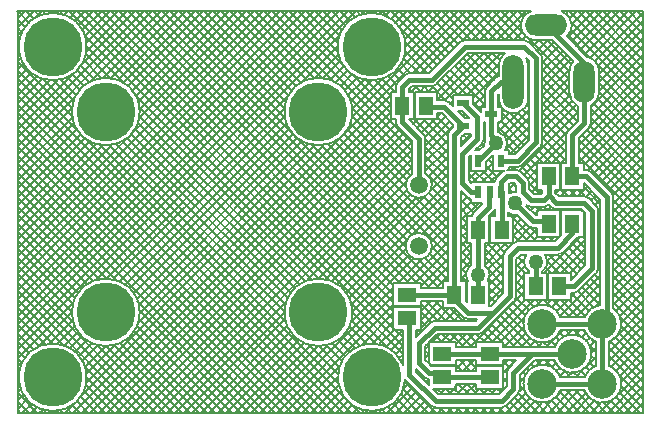
<source format=gtl>
G04*
G04 #@! TF.GenerationSoftware,Altium Limited,Altium Designer,20.1.14 (287)*
G04*
G04 Layer_Physical_Order=1*
G04 Layer_Color=255*
%FSLAX42Y42*%
%MOMM*%
G71*
G04*
G04 #@! TF.SameCoordinates,C0F7CC4A-4C12-43CF-AD3A-5075A501ED9E*
G04*
G04*
G04 #@! TF.FilePolarity,Positive*
G04*
G01*
G75*
%ADD13C,0.40*%
%ADD14R,1.00X0.60*%
%ADD15R,1.60X1.20*%
%ADD16R,1.20X1.60*%
%ADD17R,0.60X1.00*%
%ADD29C,0.20*%
%ADD30C,1.50*%
%ADD31C,5.00*%
%ADD32C,2.50*%
%ADD33O,1.80X4.60*%
%ADD34O,1.80X3.60*%
%ADD35O,3.60X1.80*%
%ADD36C,1.27*%
D13*
X3300Y800D02*
X3320Y780D01*
Y323D02*
X3543Y100D01*
X3320Y323D02*
Y780D01*
X3400Y423D02*
Y588D01*
X3533Y721D01*
X3400Y423D02*
X3484Y339D01*
X3460Y2600D02*
X3470Y2590D01*
Y2590D02*
X3615D01*
X3543Y100D02*
X4100D01*
X3484Y339D02*
X3561D01*
X3600Y300D01*
X3533Y721D02*
X3903D01*
X3600Y300D02*
X4000D01*
X4446Y246D02*
X4954D01*
Y754D01*
X4446D02*
X4954D01*
X4992Y792D02*
Y1825D01*
X4815Y2002D02*
X4992Y1825D01*
X4700Y2000D02*
Y2349D01*
X3995Y1745D02*
Y1865D01*
X3900Y1168D02*
Y1650D01*
X4700Y2002D02*
X4815D01*
X4700Y2349D02*
X4800Y2449D01*
X4050Y2280D02*
Y2312D01*
X4015Y2348D02*
X4050Y2312D01*
X4015Y2348D02*
Y2525D01*
Y2720D01*
X4095Y2800D01*
X3905Y2135D02*
X4050Y2280D01*
X3700Y2355D02*
X3775Y2430D01*
X3700Y2200D02*
Y2355D01*
X3615Y2590D02*
X3775Y2430D01*
Y2620D02*
X3895Y2500D01*
Y2317D02*
Y2500D01*
X3765Y2188D02*
X3895Y2317D01*
X3765Y1945D02*
Y2188D01*
Y1945D02*
X3845Y1865D01*
X3700Y1000D02*
Y2200D01*
X3700Y2200D01*
X4365Y1620D02*
X4500D01*
X4390Y2288D02*
Y3000D01*
X4237Y2135D02*
X4390Y2288D01*
X4095Y2135D02*
X4237D01*
X3845Y1865D02*
X3905D01*
X4095Y2800D02*
X4200D01*
X3903Y721D02*
X4030Y848D01*
X3400Y1930D02*
Y2320D01*
X3260Y2460D02*
X3400Y2320D01*
X3260Y2460D02*
Y2600D01*
X3320Y2820D02*
X3510D01*
X3260Y2660D02*
Y2760D01*
X3320Y2820D01*
X3510D02*
X3790Y3100D01*
X4290D02*
X4390Y3000D01*
X3790Y3100D02*
X4290D01*
X4100Y1550D02*
Y1865D01*
X4590Y1070D02*
X4711D01*
X4390D02*
Y1280D01*
X4030Y848D02*
X4170Y988D01*
X4280Y1867D02*
X4350Y1798D01*
X4280Y1867D02*
Y1945D01*
X4350Y1798D02*
X4458D01*
X3900Y1650D02*
X3995Y1745D01*
X4095Y1865D02*
Y1950D01*
X4145Y2000D01*
X4225D01*
X4280Y1945D01*
X4500Y1840D02*
X4563Y1777D01*
X4800D01*
X4865Y1712D01*
Y1224D02*
Y1712D01*
X4711Y1070D02*
X4865Y1224D01*
X4500Y1840D02*
Y2000D01*
X4458Y1798D02*
X4500Y1840D01*
X4170Y1327D02*
X4238Y1395D01*
X4578D01*
X4700Y1518D01*
Y1600D01*
X4170Y988D02*
Y1327D01*
X3995Y1865D02*
X4000D01*
X4350Y500D02*
X4360D01*
X3900Y1000D02*
Y1168D01*
X4213Y1773D02*
X4365Y1620D01*
X4500Y1600D02*
Y1620D01*
X3300Y1000D02*
X3499D01*
X3700Y1000D01*
X4800Y2800D02*
Y2960D01*
X4480Y3280D02*
X4800Y2960D01*
X3700Y964D02*
Y1000D01*
Y964D02*
X3816Y848D01*
X4030D01*
X4100Y100D02*
X4200Y200D01*
Y340D01*
X4360Y500D01*
X4700D01*
X4000Y500D02*
X4200D01*
X4350Y500D01*
X3799D02*
X4000Y500D01*
X3600Y500D02*
X3799D01*
X4800Y2449D02*
Y2800D01*
D14*
X3775Y2620D02*
D03*
Y2430D02*
D03*
X4015Y2525D02*
D03*
D15*
X4000Y500D02*
D03*
Y300D02*
D03*
X3600Y500D02*
D03*
Y300D02*
D03*
X3300Y1000D02*
D03*
Y800D02*
D03*
D16*
X4100Y1550D02*
D03*
X3900D02*
D03*
X4590Y1070D02*
D03*
X4390D02*
D03*
X3260Y2600D02*
D03*
X3460D02*
D03*
X4700Y1600D02*
D03*
X4500D02*
D03*
X3900Y1000D02*
D03*
X3700D02*
D03*
X4700Y2000D02*
D03*
X4500D02*
D03*
D17*
X3905Y2135D02*
D03*
X4095D02*
D03*
Y1865D02*
D03*
X4000D02*
D03*
X3905D02*
D03*
D29*
X4856Y2597D02*
G03*
X4926Y2710I-55J113D01*
G01*
Y2890D02*
G03*
X4826Y3013I-126J0D01*
G01*
X4839Y2410D02*
G03*
X4856Y2449I-39J39D01*
G01*
X4839Y2410D02*
G03*
X4856Y2449I-39J39D01*
G01*
X4696Y3280D02*
G03*
X4610Y3399I-126J0D01*
G01*
X4653Y3186D02*
G03*
X4696Y3280I-83J94D01*
G01*
X4707Y2974D02*
G03*
X4675Y2890I93J-84D01*
G01*
Y2710D02*
G03*
X4744Y2597I126J0D01*
G01*
X4661Y2388D02*
G03*
X4644Y2349I39J-39D01*
G01*
X4661Y2388D02*
G03*
X4644Y2349I39J-39D01*
G01*
X5048Y1825D02*
G03*
X5032Y1864I-56J0D01*
G01*
X5048Y1825D02*
G03*
X5032Y1864I-56J0D01*
G01*
X4854Y2042D02*
G03*
X4815Y2058I-39J-39D01*
G01*
X4854Y2042D02*
G03*
X4815Y2058I-39J-39D01*
G01*
X4839Y1817D02*
G03*
X4800Y1833I-39J-39D01*
G01*
X4839Y1817D02*
G03*
X4800Y1833I-39J-39D01*
G01*
X4921Y1712D02*
G03*
X4904Y1752I-56J0D01*
G01*
X4921Y1712D02*
G03*
X4904Y1752I-56J0D01*
G01*
X4429Y2248D02*
G03*
X4446Y2288I-39J39D01*
G01*
X4458Y1742D02*
G03*
X4497Y1758I0J56D01*
G01*
X4458Y1742D02*
G03*
X4497Y1758I0J56D01*
G01*
X4523Y1738D02*
G03*
X4563Y1722I39J39D01*
G01*
X4523Y1738D02*
G03*
X4563Y1722I39J39D01*
G01*
X4446Y3000D02*
G03*
X4429Y3039I-56J0D01*
G01*
X4446Y3000D02*
G03*
X4429Y3039I-56J0D01*
G01*
X4351Y3399D02*
G03*
X4390Y3154I39J-119D01*
G01*
X4326Y2940D02*
G03*
X4309Y3002I-126J0D01*
G01*
X4329Y3139D02*
G03*
X4290Y3156I-39J-39D01*
G01*
X4329Y3139D02*
G03*
X4290Y3156I-39J-39D01*
G01*
X4429Y2248D02*
G03*
X4446Y2288I-39J39D01*
G01*
X4101Y2584D02*
G03*
X4326Y2660I100J76D01*
G01*
X4129Y2221D02*
G03*
X4149Y2280I-79J59D01*
G01*
X4131Y3044D02*
G03*
X4075Y2940I70J-104D01*
G01*
Y2660D02*
G03*
X4096Y2591I126J0D01*
G01*
X4075Y2852D02*
G03*
X4056Y2839I20J-52D01*
G01*
X4075Y2852D02*
G03*
X4056Y2839I20J-52D01*
G01*
X3976Y2759D02*
G03*
X3959Y2720I39J-39D01*
G01*
X3976Y2759D02*
G03*
X3959Y2720I39J-39D01*
G01*
X4096Y2591D02*
G03*
X4101Y2584I105J69D01*
G01*
X4149Y2280D02*
G03*
X4071Y2377I-99J0D01*
G01*
X3959Y2348D02*
G03*
X3963Y2328I56J0D01*
G01*
X3959Y2348D02*
G03*
X3963Y2328I56J0D01*
G01*
Y2328D02*
G03*
X3953Y2261I87J-48D01*
G01*
X3934Y2278D02*
G03*
X3951Y2317I-39J39D01*
G01*
X3934Y2278D02*
G03*
X3951Y2317I-39J39D01*
G01*
X4237Y2079D02*
G03*
X4277Y2096I0J56D01*
G01*
X4336Y1945D02*
G03*
X4319Y1984I-56J0D01*
G01*
X4336Y1945D02*
G03*
X4319Y1984I-56J0D01*
G01*
X4237Y2079D02*
G03*
X4277Y2096I0J56D01*
G01*
X4264Y2039D02*
G03*
X4225Y2056I-39J-39D01*
G01*
X4264Y2039D02*
G03*
X4225Y2056I-39J-39D01*
G01*
X4311Y1758D02*
G03*
X4350Y1742I39J39D01*
G01*
X4311Y1758D02*
G03*
X4350Y1742I39J39D01*
G01*
X4120Y2049D02*
G03*
X4106Y2039I25J-49D01*
G01*
X4120Y2049D02*
G03*
X4106Y2039I25J-49D01*
G01*
X4056Y1989D02*
G03*
X4039Y1951I39J-39D01*
G01*
X4056Y1989D02*
G03*
X4039Y1951I39J-39D01*
G01*
X4224Y1871D02*
G03*
X4161Y1857I-12J-98D01*
G01*
X4156Y1692D02*
G03*
X4231Y1675I57J81D01*
G01*
X4034Y1706D02*
G03*
X4044Y1720I-39J39D01*
G01*
X4034Y1706D02*
G03*
X4044Y1720I-39J39D01*
G01*
X4904Y1184D02*
G03*
X4921Y1224I-39J39D01*
G01*
X4904Y1184D02*
G03*
X4921Y1224I-39J39D01*
G01*
X4739Y1478D02*
G03*
X4745Y1484I-39J39D01*
G01*
X4739Y1478D02*
G03*
X4745Y1484I-39J39D01*
G01*
X4578Y1339D02*
G03*
X4617Y1356I0J56D01*
G01*
X4578Y1339D02*
G03*
X4617Y1356I0J56D01*
G01*
X4711Y1014D02*
G03*
X4751Y1031I0J56D01*
G01*
X4711Y1014D02*
G03*
X4751Y1031I0J56D01*
G01*
X5115Y754D02*
G03*
X5048Y884I-161J0D01*
G01*
X5010Y603D02*
G03*
X5115Y754I-56J151D01*
G01*
Y246D02*
G03*
X5010Y397I-161J0D01*
G01*
X4937Y914D02*
G03*
X4803Y810I17J-160D01*
G01*
Y698D02*
G03*
X4898Y603I151J56D01*
G01*
X4861Y500D02*
G03*
X4549Y556I-161J0D01*
G01*
Y444D02*
G03*
X4861Y500I151J56D01*
G01*
X4597Y810D02*
G03*
X4597Y698I-151J-56D01*
G01*
X4898Y397D02*
G03*
X4803Y302I56J-151D01*
G01*
Y190D02*
G03*
X5115Y246I151J56D01*
G01*
X4597Y302D02*
G03*
X4597Y190I-151J-56D01*
G01*
X4489Y1280D02*
G03*
X4469Y1339I-99J0D01*
G01*
X4446Y1198D02*
G03*
X4489Y1280I-56J82D01*
G01*
X4326Y1581D02*
G03*
X4365Y1565I39J39D01*
G01*
X4326Y1581D02*
G03*
X4365Y1565I39J39D01*
G01*
X4311Y1339D02*
G03*
X4334Y1198I79J-59D01*
G01*
X4238Y1451D02*
G03*
X4198Y1434I0J-56D01*
G01*
X4238Y1451D02*
G03*
X4198Y1434I0J-56D01*
G01*
X4131Y1367D02*
G03*
X4114Y1327I39J-39D01*
G01*
X4131Y1367D02*
G03*
X4114Y1327I39J-39D01*
G01*
X4209Y949D02*
G03*
X4226Y988I-39J39D01*
G01*
X4209Y949D02*
G03*
X4226Y988I-39J39D01*
G01*
X3999Y1168D02*
G03*
X3956Y1250I-99J0D01*
G01*
X3984Y1116D02*
G03*
X3999Y1168I-84J52D01*
G01*
X4161Y379D02*
G03*
X4144Y340I39J-39D01*
G01*
X4161Y379D02*
G03*
X4144Y340I39J-39D01*
G01*
X4239Y161D02*
G03*
X4256Y200I-39J39D01*
G01*
X4239Y161D02*
G03*
X4256Y200I-39J39D01*
G01*
X3903Y665D02*
G03*
X3942Y682I0J56D01*
G01*
X3903Y665D02*
G03*
X3942Y682I0J56D01*
G01*
X4100Y44D02*
G03*
X4139Y61I0J56D01*
G01*
X4100Y44D02*
G03*
X4139Y61I0J56D01*
G01*
X3790Y3156D02*
G03*
X3751Y3139I0J-56D01*
G01*
X3790Y3156D02*
G03*
X3751Y3139I0J-56D01*
G01*
X3654Y2630D02*
G03*
X3615Y2646I-39J-39D01*
G01*
X3654Y2630D02*
G03*
X3615Y2646I-39J-39D01*
G01*
X3661Y2394D02*
G03*
X3644Y2355I39J-39D01*
G01*
X3661Y2394D02*
G03*
X3644Y2355I39J-39D01*
G01*
X3510Y2764D02*
G03*
X3549Y2781I0J56D01*
G01*
X3510Y2764D02*
G03*
X3549Y2781I0J56D01*
G01*
X3806Y1826D02*
G03*
X3839Y1810I39J39D01*
G01*
X3806Y1826D02*
G03*
X3839Y1810I39J39D01*
G01*
X3861Y1689D02*
G03*
X3847Y1666I39J-39D01*
G01*
X3861Y1689D02*
G03*
X3847Y1666I39J-39D01*
G01*
X3844Y1250D02*
G03*
X3816Y1116I56J-82D01*
G01*
X3456Y2320D02*
G03*
X3439Y2359I-56J0D01*
G01*
X3456Y2320D02*
G03*
X3439Y2359I-56J0D01*
G01*
X3511Y1930D02*
G03*
X3456Y2026I-111J0D01*
G01*
X3344D02*
G03*
X3511Y1930I56J-96D01*
G01*
Y1410D02*
G03*
X3511Y1410I-111J0D01*
G01*
X3286Y3100D02*
G03*
X3286Y3100I-286J0D01*
G01*
X586D02*
G03*
X586Y3100I-286J0D01*
G01*
X3320Y2876D02*
G03*
X3281Y2859I0J-56D01*
G01*
X3320Y2876D02*
G03*
X3281Y2859I0J-56D01*
G01*
X3221Y2799D02*
G03*
X3204Y2760I39J-39D01*
G01*
X3221Y2799D02*
G03*
X3204Y2760I39J-39D01*
G01*
Y2460D02*
G03*
X3221Y2421I56J0D01*
G01*
X3204Y2460D02*
G03*
X3221Y2421I56J0D01*
G01*
X2836Y2550D02*
G03*
X2836Y2550I-286J0D01*
G01*
X1036D02*
G03*
X1036Y2550I-286J0D01*
G01*
X3777Y809D02*
G03*
X3816Y792I39J39D01*
G01*
X3777Y809D02*
G03*
X3816Y792I39J39D01*
G01*
X3533Y777D02*
G03*
X3494Y760I0J-56D01*
G01*
X3533Y777D02*
G03*
X3494Y760I0J-56D01*
G01*
X3445Y299D02*
G03*
X3484Y283I39J39D01*
G01*
X3445Y299D02*
G03*
X3484Y283I39J39D01*
G01*
X3504Y61D02*
G03*
X3543Y44I39J39D01*
G01*
X3504Y61D02*
G03*
X3543Y44I39J39D01*
G01*
X2836Y850D02*
G03*
X2836Y850I-286J0D01*
G01*
X1036D02*
G03*
X1036Y850I-286J0D01*
G01*
X3264Y408D02*
G03*
X3285Y280I-264J-108D01*
G01*
X586Y300D02*
G03*
X586Y300I-286J0D01*
G01*
X5104Y3399D02*
X5300Y3203D01*
X5176Y3399D02*
X5300Y3275D01*
X5033Y3399D02*
X5300Y3132D01*
X4889Y3399D02*
X5300Y2988D01*
X4961Y3399D02*
X5300Y3060D01*
X4817Y3399D02*
X5300Y2916D01*
X4918Y2934D02*
X5300Y3317D01*
X5248Y3399D02*
X5300Y3347D01*
X4926Y2727D02*
X5300Y3101D01*
X4856Y2585D02*
X5300Y3029D01*
X4890Y2978D02*
X5300Y3388D01*
X4914Y2943D02*
X5300Y2557D01*
X4803Y3035D02*
X5167Y3399D01*
X4767Y3071D02*
X5095Y3399D01*
X4846Y3007D02*
X5239Y3399D01*
X4731Y3107D02*
X5023Y3399D01*
X4695Y3143D02*
X4951Y3399D01*
X4745Y3399D02*
X5300Y2844D01*
X4926Y2799D02*
X5300Y3173D01*
X4926Y2870D02*
X5300Y3245D01*
X4926Y2710D02*
Y2890D01*
X4856Y2513D02*
X5300Y2957D01*
X4926Y2788D02*
X5300Y2413D01*
X4926Y2859D02*
X5300Y2485D01*
X4926Y2716D02*
X5300Y2341D01*
X4756Y2269D02*
X5300Y2814D01*
X4855Y2440D02*
X5300Y2886D01*
X4756Y2197D02*
X5300Y2742D01*
X4882Y2615D02*
X5300Y2198D01*
X4913Y2656D02*
X5300Y2269D01*
X4907Y1989D02*
X5300Y2383D01*
X4756Y2126D02*
X5300Y2670D01*
X4856Y2570D02*
X5300Y2126D01*
X4871Y2025D02*
X5300Y2454D01*
X4856Y2449D02*
Y2597D01*
Y2498D02*
X5300Y2054D01*
X4796Y2094D02*
X5300Y2598D01*
X4744Y2472D02*
Y2597D01*
X4830Y2056D02*
X5300Y2526D01*
X4852Y2430D02*
X5300Y1982D01*
X4820Y2390D02*
X5300Y1910D01*
X4756Y2326D02*
X4839Y2410D01*
X4756Y2116D02*
Y2326D01*
X4784Y2354D02*
X5300Y1838D01*
X4695Y3287D02*
X4808Y3399D01*
X4679Y3342D02*
X4736Y3399D01*
X4673Y3399D02*
X5300Y2772D01*
X4610Y3399D02*
X5300Y3399D01*
X4660Y3179D02*
X4880Y3399D01*
X4662Y3195D02*
X4853Y3004D01*
X4653Y3186D02*
X4826Y3013D01*
X4527Y3154D02*
X4707Y2974D01*
X4487Y3154D02*
X4690Y2951D01*
X4645Y3380D02*
X4664Y3399D01*
X4438Y3029D02*
X4545Y3136D01*
X4415Y3154D02*
X4675Y2895D01*
X4390Y3154D02*
X4527D01*
X4403Y3066D02*
X4491Y3154D01*
X4325Y3172D02*
X4675Y2823D01*
X4446Y2750D02*
X4689Y2993D01*
X4446Y2980D02*
X4675Y2751D01*
Y2710D02*
Y2890D01*
X4446Y2893D02*
X4617Y3065D01*
X4446Y2965D02*
X4581Y3100D01*
X4446Y2821D02*
X4653Y3029D01*
X4689Y3240D02*
X5300Y2629D01*
X4692Y3308D02*
X5300Y2701D01*
X4446Y2837D02*
X4744Y2538D01*
X4446Y2908D02*
X4680Y2674D01*
X4446Y2765D02*
X4741Y2469D01*
X4446Y2693D02*
X4705Y2433D01*
X4446Y2390D02*
X4696Y2640D01*
X4661Y2388D02*
X4744Y2472D01*
X4249Y2050D02*
X4744Y2545D01*
X4446Y2318D02*
X4732Y2605D01*
X4287Y2016D02*
X4744Y2474D01*
X4446Y2462D02*
X4676Y2692D01*
X4446Y2621D02*
X4669Y2397D01*
X4446Y2549D02*
X4644Y2350D01*
X4446Y2678D02*
X4676Y2908D01*
X4446Y2606D02*
X4675Y2835D01*
X4446Y2534D02*
X4675Y2763D01*
X4644Y2116D02*
Y2349D01*
X4446Y2405D02*
X4644Y2207D01*
X4446Y2477D02*
X4644Y2278D01*
X4446Y2334D02*
X4644Y2135D01*
X5014Y1882D02*
X5300Y2167D01*
X4979Y1918D02*
X5300Y2239D01*
X5046Y1841D02*
X5300Y2095D01*
X4943Y1953D02*
X5300Y2311D01*
X4854Y2042D02*
X5032Y1864D01*
X4756Y2311D02*
X5300Y1767D01*
X5048Y1771D02*
X5300Y2023D01*
X4796Y1943D02*
X4937Y1802D01*
X4859Y1798D02*
X4900Y1839D01*
X4796Y1912D02*
X4937Y1770D01*
X4796Y2058D02*
Y2116D01*
Y2058D02*
X4815D01*
X4756Y2116D02*
X4796D01*
Y1884D02*
Y1943D01*
X4819Y1830D02*
X4864Y1875D01*
X4750Y1833D02*
X4828Y1911D01*
X4679Y1884D02*
X4731Y1833D01*
X4751Y1884D02*
X4803Y1833D01*
X5048Y1700D02*
X5300Y1952D01*
X5048Y1628D02*
X5300Y1880D01*
X4756Y2239D02*
X5300Y1695D01*
X4894Y1762D02*
X4936Y1803D01*
X4756Y2167D02*
X5300Y1623D01*
X4921Y1643D02*
X4937Y1627D01*
X4921Y1644D02*
X4937Y1660D01*
X4921Y1572D02*
X4937Y1589D01*
X4920Y1716D02*
X4937Y1732D01*
X4921Y1715D02*
X4937Y1699D01*
X4839Y1817D02*
X4904Y1752D01*
X4777Y1722D02*
X4783Y1716D01*
X4776D02*
X4796Y1696D01*
X4705Y1716D02*
X4711Y1722D01*
X4698D02*
X4704Y1716D01*
X4770Y1722D02*
X4776Y1716D01*
X4796Y1624D02*
X4809Y1611D01*
X4796Y1663D02*
X4809Y1677D01*
X4796Y1591D02*
X4809Y1605D01*
X4796Y1703D02*
X4809Y1689D01*
X4783Y1716D02*
X4796Y1703D01*
Y1696D02*
X4809Y1682D01*
X4596Y2109D02*
X4644Y2158D01*
X4604Y2116D02*
X4644D01*
X4604Y1884D02*
Y2116D01*
X4530D02*
X4644Y2230D01*
X4458Y2116D02*
X4644Y2302D01*
X4596Y2112D02*
X4604Y2103D01*
Y1884D02*
X4796D01*
X4596Y1968D02*
X4604Y1959D01*
X4607Y1833D02*
X4658Y1884D01*
X4596Y2040D02*
X4604Y2031D01*
X4596Y2037D02*
X4604Y2046D01*
X4596Y1966D02*
X4604Y1974D01*
X4441Y2266D02*
X4592Y2116D01*
X4596Y1884D02*
Y2116D01*
X4404D02*
X4596D01*
X4372Y2191D02*
X4448Y2116D01*
X4408Y2227D02*
X4520Y2116D01*
X4596Y1896D02*
X4604Y1887D01*
X4596Y1894D02*
X4604Y1903D01*
X4586Y1884D02*
X4596Y1894D01*
X4556Y1884D02*
X4596D01*
X4556Y1863D02*
Y1884D01*
X4560Y1858D02*
X4586Y1884D01*
X4679Y1833D02*
X4730Y1884D01*
X4633Y1716D02*
X4639Y1722D01*
X4626D02*
X4633Y1716D01*
X4586Y1833D02*
X4800D01*
X4607Y1884D02*
X4659Y1833D01*
X4563Y1722D02*
X4777D01*
X4604Y1716D02*
X4783D01*
X4596Y1678D02*
X4604Y1687D01*
X4596Y1681D02*
X4604Y1672D01*
X4596Y1606D02*
X4604Y1615D01*
X4404Y1716D02*
X4596D01*
Y1609D02*
X4604Y1600D01*
X4556Y1864D02*
X4587Y1833D01*
X4556Y1863D02*
X4586Y1833D01*
X4500Y1761D02*
X4523Y1738D01*
X4489Y1716D02*
X4518Y1744D01*
X4554Y1723D02*
X4561Y1716D01*
X4561D02*
X4567Y1722D01*
X4350Y1742D02*
X4458D01*
X4462Y1742D02*
X4489Y1716D01*
X4367Y3102D02*
X4419Y3154D01*
X4331Y3138D02*
X4353Y3160D01*
X4329Y3139D02*
X4429Y3039D01*
X4326Y2773D02*
X4334Y2782D01*
X4326Y2813D02*
X4334Y2804D01*
X4326Y2741D02*
X4334Y2732D01*
X4326Y2917D02*
X4334Y2926D01*
X4325Y2958D02*
X4334Y2948D01*
X4326Y2845D02*
X4334Y2854D01*
X4314Y3399D02*
X4326Y3388D01*
X4242Y3399D02*
X4288Y3353D01*
X4277Y3156D02*
X4307Y3186D01*
X4205Y3156D02*
X4276Y3227D01*
X4170Y3399D02*
X4267Y3303D01*
X4133Y3156D02*
X4265Y3287D01*
X4319Y2982D02*
X4324Y2987D01*
X4326Y2884D02*
X4334Y2876D01*
X4309Y3002D02*
X4334Y2977D01*
Y2311D02*
Y2977D01*
X4326Y2702D02*
X4334Y2710D01*
X4446Y2288D02*
Y3000D01*
X4321Y2625D02*
X4334Y2638D01*
X4326Y2669D02*
X4334Y2660D01*
X4315Y2608D02*
X4334Y2588D01*
X4239Y2540D02*
X4334Y2445D01*
X4284Y2567D02*
X4334Y2517D01*
X4119Y2351D02*
X4334Y2567D01*
X4169Y2538D02*
X4334Y2373D01*
X4174Y2191D02*
X4334Y2351D01*
X4326Y2660D02*
Y2940D01*
X4101Y2459D02*
Y2584D01*
Y2476D02*
X4164Y2540D01*
X4101Y2548D02*
X4118Y2565D01*
X4101Y2535D02*
X4330Y2306D01*
X4146Y2306D02*
X4334Y2495D01*
X4149Y2271D02*
X4222Y2198D01*
X4214Y2191D02*
X4334Y2311D01*
X4101Y2463D02*
X4294Y2270D01*
X4132Y2221D02*
X4334Y2423D01*
X4061Y3156D02*
X4305Y3399D01*
X4098Y3399D02*
X4283Y3215D01*
X4027Y3399D02*
X4270Y3156D01*
X3955Y3399D02*
X4198Y3156D01*
X3918D02*
X4161Y3399D01*
X3990Y3156D02*
X4233Y3399D01*
X4094Y3044D02*
X4111Y3028D01*
X4071Y2591D02*
X4096D01*
X4022Y3044D02*
X4083Y2984D01*
X4071Y2591D02*
X4087Y2606D01*
X4075Y2852D02*
Y2940D01*
X3950Y3044D02*
X4075Y2920D01*
X3976Y2759D02*
X4056Y2839D01*
X4071Y2637D02*
X4079Y2629D01*
X4075Y2660D02*
Y2701D01*
X4071Y2591D02*
Y2697D01*
X3959Y2591D02*
Y2720D01*
X3929Y2591D02*
X3959D01*
X4084Y2459D02*
X4101Y2476D01*
X4073Y2376D02*
X4236Y2540D01*
X4071Y2459D02*
X4101D01*
X4071Y2446D02*
X4084Y2459D01*
X4071Y2377D02*
Y2459D01*
Y2421D02*
X4258Y2234D01*
X3951Y2326D02*
X3961Y2336D01*
X3951Y2398D02*
X3959Y2407D01*
X3951Y2459D02*
X3959D01*
Y2348D02*
Y2459D01*
X3905Y2568D02*
X3959Y2623D01*
X3929Y2544D02*
Y2591D01*
X3951Y2317D02*
Y2459D01*
Y2398D02*
X3959Y2389D01*
X3951Y2326D02*
X3958Y2318D01*
X3930Y2274D02*
X3948Y2257D01*
X3912Y2221D02*
X3953Y2261D01*
X4301Y2119D02*
X4404Y2016D01*
X4336Y2155D02*
X4404Y2087D01*
Y1884D02*
Y2116D01*
X4277Y2096D02*
X4429Y2248D01*
X4263Y2085D02*
X4404Y1944D01*
X4336Y1921D02*
X4404Y1990D01*
X4323Y1980D02*
X4404Y2062D01*
X4336Y1891D02*
Y1945D01*
X4264Y2039D02*
X4319Y1984D01*
X4197Y2079D02*
X4221Y2056D01*
X4183D02*
X4207Y2079D01*
X4161D02*
X4237D01*
X4161Y2191D02*
Y2221D01*
Y2056D02*
Y2079D01*
X4202Y1944D02*
X4224Y1922D01*
X4161Y2056D02*
X4225D01*
X4168Y1944D02*
X4202D01*
X4188D02*
X4224Y1908D01*
X4434Y1853D02*
X4444Y1863D01*
Y1884D01*
X4411Y1853D02*
X4443Y1884D01*
X4404D02*
X4444D01*
X4356Y1870D02*
X4404Y1918D01*
X4336Y1941D02*
X4423Y1853D01*
X4417Y1716D02*
X4444Y1742D01*
X4404Y1703D02*
X4417Y1716D01*
X4404Y1676D02*
Y1716D01*
X4373Y1853D02*
X4434D01*
X4391Y1742D02*
X4417Y1716D01*
X4388Y1676D02*
X4404D01*
X4336Y1891D02*
X4373Y1853D01*
X4224Y1871D02*
Y1922D01*
X4214Y1872D02*
X4224Y1882D01*
X4310Y1754D02*
X4388Y1676D01*
X4383Y1681D02*
X4404Y1703D01*
X4347Y1717D02*
X4372Y1742D01*
X4231Y1675D02*
X4326Y1581D01*
X4196Y1637D02*
X4232Y1674D01*
X4180Y1666D02*
X4196Y1650D01*
Y1566D02*
X4268Y1638D01*
X4161Y2191D02*
X4214D01*
X4129Y2221D02*
X4161D01*
X4145Y2056D02*
X4161D01*
X3971Y2090D02*
X4064Y1997D01*
X4056Y1989D02*
X4106Y2039D01*
X4083Y2049D02*
X4100Y2033D01*
X4029Y2049D02*
X4120D01*
X4029Y1951D02*
X4039D01*
X3991Y2142D02*
X4029Y2103D01*
X3971Y2122D02*
X4029Y2181D01*
Y2049D02*
Y2181D01*
X3971Y2059D02*
X4029Y2118D01*
X3894Y2238D02*
X3912Y2221D01*
X3971Y2049D02*
Y2122D01*
Y1951D02*
X4029D01*
X3961Y2049D02*
X3971Y2059D01*
X4029Y1951D02*
X4039D01*
X3934D02*
X4033Y2049D01*
X3934Y1951D02*
X3971D01*
X3940Y2049D02*
X4038Y1951D01*
X4161Y1900D02*
X4191Y1869D01*
X4161Y1857D02*
Y1937D01*
X4168Y1944D01*
X4006Y1951D02*
X4105Y2049D01*
X4161Y1890D02*
X4209Y1938D01*
X4156Y1666D02*
X4196D01*
X4156Y1669D02*
X4170Y1683D01*
X4156Y1690D02*
X4180Y1666D01*
X4156D02*
Y1692D01*
X4044Y1666D02*
Y1720D01*
X3994Y1666D02*
X4034Y1706D01*
X3934Y1951D02*
X3971D01*
X3939Y1768D02*
Y1779D01*
X3922D02*
X3936Y1765D01*
X4008Y1666D02*
X4044Y1702D01*
X4004Y1666D02*
X4044D01*
X4015Y1686D02*
X4036Y1666D01*
X3996Y1634D02*
X4004Y1625D01*
X3996Y1653D02*
X4004Y1662D01*
X3996Y1581D02*
X4004Y1590D01*
X5048Y1412D02*
X5300Y1664D01*
X5048Y1731D02*
X5300Y1479D01*
X5048Y1659D02*
X5300Y1407D01*
X5048Y1803D02*
X5300Y1551D01*
X5048Y1556D02*
X5300Y1808D01*
X5048Y1484D02*
X5300Y1736D01*
X5048Y1587D02*
X5300Y1336D01*
X5048Y1340D02*
X5300Y1592D01*
X5048Y1269D02*
X5300Y1521D01*
X4921Y1284D02*
X4937Y1268D01*
X4921Y1571D02*
X4937Y1555D01*
X5048Y1516D02*
X5300Y1264D01*
X4921Y1500D02*
X4937Y1517D01*
X4809Y1247D02*
Y1689D01*
X4921Y1224D02*
Y1712D01*
X4796Y1519D02*
X4809Y1533D01*
X4796Y1553D02*
X4809Y1539D01*
X4796Y1484D02*
Y1703D01*
X4921Y1356D02*
X4937Y1339D01*
X4921Y1357D02*
X4937Y1373D01*
X4921Y1285D02*
X4937Y1301D01*
X4921Y1428D02*
X4937Y1445D01*
X4921Y1499D02*
X4937Y1483D01*
X4921Y1428D02*
X4937Y1411D01*
X5048Y1053D02*
X5300Y1305D01*
X5048Y1372D02*
X5300Y1120D01*
X5048Y1300D02*
X5300Y1048D01*
X5048Y1444D02*
X5300Y1192D01*
X5048Y1197D02*
X5300Y1449D01*
X5048Y1125D02*
X5300Y1377D01*
X5048Y1228D02*
X5300Y976D01*
X5048Y981D02*
X5300Y1233D01*
X5073Y862D02*
X5300Y1089D01*
X5048Y1085D02*
X5300Y833D01*
X5048Y1156D02*
X5300Y904D01*
X5048Y1013D02*
X5300Y761D01*
X5048Y884D02*
Y1825D01*
X4937Y914D02*
Y1802D01*
X5300Y0D02*
Y3399D01*
X4919Y1212D02*
X4937Y1229D01*
X5048Y909D02*
X5300Y1161D01*
X4920Y1213D02*
X4937Y1196D01*
X5101Y819D02*
X5300Y1018D01*
X4854Y1134D02*
X4937Y1052D01*
X4890Y1170D02*
X4937Y1124D01*
X4819Y1099D02*
X4937Y980D01*
X4745Y1484D02*
X4796D01*
X4792D02*
X4809Y1467D01*
X4733Y1472D02*
X4809Y1395D01*
X4617Y1356D02*
X4739Y1478D01*
X4661Y1400D02*
X4809Y1251D01*
X4697Y1436D02*
X4809Y1323D01*
X4678Y1186D02*
X4809Y1317D01*
X4606Y1186D02*
X4809Y1389D01*
X4625Y1364D02*
X4776Y1213D01*
X4506Y1339D02*
X4660Y1186D01*
X4604Y1501D02*
Y1716D01*
X4596Y1535D02*
X4604Y1543D01*
X4596Y1492D02*
Y1716D01*
Y1492D02*
X4604Y1501D01*
X4596Y1537D02*
X4604Y1528D01*
X4588Y1484D02*
X4596Y1492D01*
X4576Y1484D02*
X4582Y1478D01*
X4554Y1451D02*
X4588Y1484D01*
X4404D02*
X4588D01*
X4469Y1339D02*
X4578D01*
X4751Y1031D02*
X4904Y1184D01*
X4688Y1126D02*
X4809Y1247D01*
X4661Y810D02*
X4937Y1086D01*
X4534Y1186D02*
X4809Y1461D01*
X4462Y1186D02*
X4761Y1484D01*
X4595Y815D02*
X4937Y1157D01*
X4783Y1063D02*
X4932Y913D01*
X4746Y1027D02*
X4878Y895D01*
X4733Y810D02*
X4937Y1014D01*
X4687Y1014D02*
X4837Y864D01*
X4686Y1160D02*
X4704Y1141D01*
X4686Y1126D02*
Y1186D01*
Y978D02*
X4723Y1016D01*
X4494Y1186D02*
X4686D01*
X4489Y1284D02*
X4588Y1186D01*
X4578Y1339D02*
X4740Y1177D01*
X4686Y1014D02*
X4711D01*
X4686Y954D02*
Y1014D01*
X4567Y859D02*
X4662Y954D01*
X4494D02*
X4686D01*
X4528Y892D02*
X4590Y954D01*
X4532D02*
X4676Y810D01*
X5078Y652D02*
X5300Y874D01*
X5114Y760D02*
X5300Y946D01*
X5103Y814D02*
X5300Y617D01*
X5048Y941D02*
X5300Y689D01*
X5010Y512D02*
X5300Y802D01*
X5095Y678D02*
X5300Y473D01*
X5113Y732D02*
X5300Y545D01*
X5064Y637D02*
X5300Y402D01*
X5010Y584D02*
X5056Y630D01*
X5010Y440D02*
X5300Y730D01*
X5010Y397D02*
Y603D01*
X4900Y905D02*
X4937Y942D01*
X4898Y397D02*
Y603D01*
X4867Y619D02*
X4898Y588D01*
X4819Y608D02*
X4846Y635D01*
X4847Y565D02*
X4889Y607D01*
X4892Y394D02*
X4898Y401D01*
X4860Y506D02*
X4898Y544D01*
X5010Y405D02*
X5023Y391D01*
X4860Y483D02*
X4898Y444D01*
X4845Y569D02*
X4898Y516D01*
X4824Y398D02*
X4898Y472D01*
X5070Y357D02*
X5300Y587D01*
X5029Y388D02*
X5300Y658D01*
X5099Y314D02*
X5300Y515D01*
X5010Y548D02*
X5300Y258D01*
X5021Y608D02*
X5300Y330D01*
X5010Y476D02*
X5300Y186D01*
X5114Y229D02*
X5300Y42D01*
X5114Y257D02*
X5300Y443D01*
X5216Y0D02*
X5300Y84D01*
X5099Y315D02*
X5300Y114D01*
X5091Y162D02*
X5300Y371D01*
X5001Y0D02*
X5300Y299D01*
X5073Y0D02*
X5300Y227D01*
X5097Y173D02*
X5271Y0D01*
X5144D02*
X5300Y156D01*
X4843Y427D02*
X4881Y389D01*
X5067Y132D02*
X5199Y0D01*
X5025Y102D02*
X5127Y0D01*
X4969Y86D02*
X5055Y0D01*
X5288D02*
X5300Y12D01*
X4879Y104D02*
X4983Y0D01*
X4857D02*
X4943Y86D01*
X4929Y0D02*
X5038Y109D01*
X4788Y698D02*
X4819Y667D01*
X4675Y954D02*
X4808Y821D01*
X4597Y810D02*
X4803D01*
X4597Y698D02*
X4803D01*
X4813Y386D02*
X4840Y359D01*
X4779Y640D02*
X4814Y675D01*
X4771Y356D02*
X4810Y317D01*
X4716Y698D02*
X4769Y645D01*
X4725Y659D02*
X4765Y698D01*
X4644D02*
X4683Y660D01*
X4646Y651D02*
X4693Y698D01*
X4603Y954D02*
X4748Y810D01*
X4591Y823D02*
X4605Y810D01*
X4589Y681D02*
X4627Y643D01*
X4559Y640D02*
X4586Y613D01*
X4565Y354D02*
X4592Y381D01*
X4479Y556D02*
X4622Y698D01*
X4539Y444D02*
X4558Y425D01*
X4525Y386D02*
X4560Y421D01*
X4799Y302D02*
X4806Y308D01*
X4597Y302D02*
X4803D01*
X4728D02*
X4802Y376D01*
X4721Y190D02*
X4911Y0D01*
X4785D02*
X4886Y101D01*
X4793Y190D02*
X4812Y171D01*
X4713Y0D02*
X4843Y130D01*
X4642Y0D02*
X4812Y171D01*
X4597Y190D02*
X4803D01*
X4649D02*
X4839Y0D01*
X4656Y302D02*
X4694Y340D01*
X4625Y358D02*
X4682Y302D01*
X4715Y340D02*
X4753Y302D01*
X4593Y311D02*
X4635Y353D01*
X4585Y326D02*
X4610Y302D01*
X4591Y177D02*
X4768Y0D01*
X4570Y144D02*
X4616Y190D01*
X4570Y0D02*
X4760Y190D01*
X4498Y0D02*
X4688Y190D01*
X4520Y104D02*
X4624Y0D01*
X4561Y134D02*
X4696Y0D01*
X4505Y1484D02*
X4538Y1451D01*
X4440D02*
X4474Y1484D01*
X4512Y1451D02*
X4545Y1484D01*
X4368Y1451D02*
X4404Y1487D01*
X4296Y1451D02*
X4404Y1559D01*
X4433Y1484D02*
X4467Y1451D01*
X4489Y1284D02*
X4544Y1339D01*
X4474Y1228D02*
X4516Y1186D01*
X4238Y1451D02*
X4554D01*
X4446Y1186D02*
Y1198D01*
X4351Y1566D02*
X4404Y1513D01*
X4365Y1565D02*
X4404D01*
Y1484D02*
Y1565D01*
X4261Y1339D02*
X4311D01*
X4290D02*
X4303Y1327D01*
X4294Y1186D02*
X4334D01*
X4239Y1318D02*
X4292Y1266D01*
X4226Y1304D02*
X4261Y1339D01*
X4226Y1236D02*
X4294Y1305D01*
X4494Y954D02*
Y1186D01*
X4486Y1065D02*
X4494Y1074D01*
X4486Y954D02*
Y1186D01*
Y1137D02*
X4494Y1146D01*
X4446Y1186D02*
X4486D01*
Y1144D02*
X4494Y1135D01*
X4486Y993D02*
X4494Y1002D01*
X4486Y1072D02*
X4494Y1063D01*
X4486Y1000D02*
X4494Y992D01*
X4294Y954D02*
X4486D01*
X4388D02*
X4429Y914D01*
X4476Y912D02*
X4518Y954D01*
X4318Y1186D02*
X4332Y1199D01*
X4226Y1260D02*
X4300Y1186D01*
X4334D02*
Y1198D01*
X4226Y1165D02*
X4300Y1239D01*
X4226Y1189D02*
X4294Y1120D01*
X4226Y988D02*
Y1304D01*
X4294Y954D02*
Y1186D01*
X4226Y1093D02*
X4294Y1162D01*
X4316Y954D02*
X4373Y897D01*
X4226Y1021D02*
X4294Y1090D01*
X4226Y1117D02*
X4294Y1048D01*
X4226Y1045D02*
X4294Y976D01*
X4196Y1650D02*
X4395Y1451D01*
X4222Y1448D02*
X4343Y1569D01*
X4196Y1434D02*
Y1666D01*
Y1494D02*
X4304Y1602D01*
X4196Y1506D02*
X4251Y1451D01*
X4196Y1578D02*
X4323Y1451D01*
X4131Y1367D02*
X4198Y1434D01*
X4004Y1434D02*
X4196D01*
X4123D02*
X4161Y1397D01*
X4004Y1434D02*
Y1666D01*
X3996Y1562D02*
X4004Y1553D01*
X3996Y1434D02*
Y1666D01*
Y1490D02*
X4004Y1482D01*
X3996Y1509D02*
X4004Y1518D01*
X3996Y1437D02*
X4004Y1446D01*
X4052Y1434D02*
X4125Y1361D01*
X3980Y1434D02*
X4114Y1300D01*
X3956Y1434D02*
X3996D01*
X3956Y1397D02*
X3993Y1434D01*
X3956Y1326D02*
X4064Y1434D01*
X3988Y1214D02*
X4117Y1343D01*
X3998Y1152D02*
X4114Y1269D01*
X3991Y1208D02*
X4114Y1084D01*
X3956Y1254D02*
X4136Y1434D01*
X3956Y1387D02*
X4114Y1228D01*
X3956Y1315D02*
X4114Y1156D01*
X4224Y975D02*
X4332Y867D01*
X4016Y596D02*
X4375Y954D01*
X3996Y1078D02*
X4114Y1197D01*
X3944Y596D02*
X4303Y954D01*
X4114Y1011D02*
Y1327D01*
X3993Y1134D02*
X4114Y1012D01*
X3996Y1006D02*
X4114Y1125D01*
X3956Y1250D02*
Y1434D01*
X4007Y904D02*
X4114Y1011D01*
X3996Y1059D02*
X4079Y976D01*
X3996Y904D02*
Y1116D01*
Y988D02*
X4043Y940D01*
X3984Y1116D02*
X3996D01*
Y935D02*
X4114Y1053D01*
X4517Y610D02*
X4556Y571D01*
X4460Y954D02*
X4515Y899D01*
X4461Y594D02*
X4499Y556D01*
X4400Y908D02*
X4447Y954D01*
X4407Y556D02*
X4445Y593D01*
X4371Y612D02*
X4428Y556D01*
X4471Y405D02*
X4511Y444D01*
X4395D02*
X4433Y406D01*
X4467Y444D02*
X4526Y385D01*
X4383Y444D02*
X4549D01*
X4360Y556D02*
X4549D01*
X4392Y397D02*
X4439Y444D01*
X4335Y556D02*
X4385Y605D01*
X4263Y556D02*
X4341Y633D01*
X4200Y556D02*
X4350Y556D01*
X4194Y933D02*
X4302Y825D01*
X4158Y897D02*
X4286Y769D01*
X4191Y556D02*
X4308Y672D01*
X4353Y415D02*
X4377Y391D01*
X4350Y556D02*
X4360D01*
X4317Y379D02*
X4334Y361D01*
X4200Y444D02*
X4226Y444D01*
X4179Y444D02*
X4203Y421D01*
X4161Y379D02*
X4226Y444D01*
X4256Y317D02*
X4383Y444D01*
X4281Y343D02*
X4304Y320D01*
X4256Y225D02*
X4299Y181D01*
X4208Y129D02*
X4337Y0D01*
X4139D02*
X4306Y167D01*
X4243Y165D02*
X4408Y0D01*
X4426D02*
X4548Y122D01*
X4381Y99D02*
X4480Y0D01*
X4465Y87D02*
X4552Y0D01*
X4282D02*
X4381Y99D01*
X4211Y0D02*
X4338Y127D01*
X4354Y0D02*
X4440Y86D01*
X4256Y261D02*
X4295Y300D01*
X4256Y297D02*
X4287Y265D01*
X4256Y200D02*
Y317D01*
X4144Y223D02*
Y340D01*
X4254Y187D02*
X4287Y221D01*
X4172Y93D02*
X4265Y0D01*
X4139Y61D02*
X4239Y161D01*
X4136Y57D02*
X4193Y0D01*
X4122Y861D02*
X4304Y679D01*
X4088Y596D02*
X4292Y800D01*
X4086Y826D02*
X4356Y556D01*
X4014Y754D02*
X4212Y556D01*
X4069Y809D02*
X4209Y949D01*
X4050Y790D02*
X4284Y556D01*
X4116Y556D02*
X4200D01*
X4116Y580D02*
X4140Y556D01*
X4120D02*
X4288Y724D01*
X4116Y444D02*
X4200D01*
X4100Y596D02*
X4116Y580D01*
Y408D02*
X4152Y444D01*
X3996Y916D02*
X4007Y904D01*
X3996Y904D02*
X4007D01*
X3978Y718D02*
X4100Y596D01*
X3942Y682D02*
X4069Y809D01*
X3942Y682D02*
X4028Y596D01*
X4116Y404D02*
Y444D01*
Y556D02*
Y596D01*
X4103Y396D02*
X4112Y404D01*
X4031Y396D02*
X4040Y404D01*
X4076D02*
X4085Y396D01*
X4116Y264D02*
X4144Y293D01*
X4116Y365D02*
X4144Y336D01*
X4116Y293D02*
X4144Y264D01*
X4116Y336D02*
X4224Y444D01*
X4116Y437D02*
X4167Y385D01*
X4116Y204D02*
Y396D01*
Y221D02*
X4129Y208D01*
X4077Y156D02*
X4144Y223D01*
X4077Y44D02*
X4121Y0D01*
X4067D02*
X4113Y46D01*
X4060Y204D02*
X4093Y172D01*
X4004Y404D02*
X4013Y396D01*
X4007Y156D02*
X4056Y204D01*
X3960Y396D02*
X3968Y404D01*
X3932D02*
X3941Y396D01*
X3988Y204D02*
X4037Y156D01*
X3995Y0D02*
X4039Y44D01*
X3935Y156D02*
X3984Y204D01*
X4005Y44D02*
X4049Y0D01*
X3923D02*
X3968Y44D01*
X3917Y204D02*
X3965Y156D01*
X3933Y44D02*
X3977Y0D01*
X3846Y3156D02*
X4089Y3399D01*
X3811Y3399D02*
X4055Y3156D01*
X3883Y3399D02*
X4127Y3156D01*
X3790D02*
X4290D01*
X3770Y3152D02*
X4018Y3399D01*
X3623Y2645D02*
X4022Y3044D01*
X3813D02*
X4131D01*
X3878D02*
X4072Y2851D01*
X3861Y2667D02*
X4075Y2882D01*
X3807Y2686D02*
X4075Y2954D01*
X3810Y3041D02*
X4034Y2817D01*
X3735Y2686D02*
X4094Y3044D01*
X3774Y3005D02*
X3998Y2781D01*
X3667Y3399D02*
X3911Y3156D01*
X3595Y3399D02*
X3839Y3156D01*
X3739Y3399D02*
X3983Y3156D01*
X3738Y2969D02*
X3964Y2743D01*
X3689Y2686D02*
X3861D01*
X3702Y2933D02*
X3959Y2676D01*
X3630Y2862D02*
X3806Y2686D01*
X3594Y2826D02*
X3734Y2686D01*
X3558Y2790D02*
X3689Y2659D01*
X3869Y2604D02*
X3959Y2694D01*
X3861Y2613D02*
Y2686D01*
Y2631D02*
X3929Y2562D01*
X3666Y2898D02*
X3959Y2604D01*
X3861Y2613D02*
X3929Y2544D01*
X3729Y2554D02*
X3788Y2496D01*
Y2364D02*
X3839D01*
X3788Y2496D02*
X3821D01*
X3839Y2341D02*
Y2364D01*
X3762Y2554D02*
X3821Y2496D01*
X3774Y2509D02*
X3791Y2526D01*
X3756Y2332D02*
X3788Y2364D01*
X3689Y2594D02*
Y2686D01*
X3667Y2617D02*
X3689Y2640D01*
X3729Y2554D02*
X3762D01*
X3654Y2630D02*
X3689Y2594D01*
X3738Y2545D02*
X3748Y2554D01*
X3689Y2423D02*
Y2437D01*
X3661Y2394D02*
X3689Y2423D01*
X3592Y2535D02*
X3689Y2437D01*
X3524Y3399D02*
X3771Y3152D01*
X3452Y3399D02*
X3731Y3120D01*
X3380Y3399D02*
X3695Y3084D01*
X-3Y3400D02*
X4351Y3399D01*
X3308Y3399D02*
X3659Y3048D01*
X3236Y3399D02*
X3623Y3012D01*
X3549Y2781D02*
X3813Y3044D01*
X3487Y2876D02*
X3751Y3139D01*
X3550Y2716D02*
X3878Y3044D01*
X3350Y2876D02*
X3874Y3399D01*
X3272Y3013D02*
X3659Y3399D01*
X3422Y2876D02*
X3946Y3399D01*
X3286Y3098D02*
X3587Y3399D01*
X3279Y3163D02*
X3515Y3399D01*
X3283Y3137D02*
X3516Y2904D01*
X3164Y3399D02*
X3588Y2976D01*
X3261Y3217D02*
X3443Y3399D01*
X3245Y3247D02*
X3552Y2940D01*
X3440Y2764D02*
X3489Y2716D01*
X3320Y2876D02*
X3487D01*
X3283Y3065D02*
X3473Y2876D01*
X3343Y2764D02*
X3510D01*
X3556Y2650D02*
X3950Y3044D01*
X3556Y2646D02*
X3615D01*
X3556Y2505D02*
X3664Y2397D01*
X2831Y2500D02*
X3730Y3399D01*
X3512Y2764D02*
X3634Y2643D01*
X2765Y2362D02*
X3802Y3399D01*
X3456Y2262D02*
X3660Y2467D01*
X3504Y2484D02*
X3644Y2344D01*
X3456Y2191D02*
X3689Y2424D01*
X3433Y2484D02*
X3644Y2273D01*
X3454Y2333D02*
X3624Y2503D01*
X3356Y2490D02*
X3644Y2201D01*
X3556Y2646D02*
Y2716D01*
X3478D02*
X3530Y2768D01*
X3556Y2484D02*
Y2535D01*
X3364Y2716D02*
X3556D01*
X3368Y2764D02*
X3417Y2716D01*
X3406D02*
X3455Y2764D01*
X3556Y2535D02*
X3592D01*
X3556Y2506D02*
X3584Y2535D01*
X3424Y2375D02*
X3534Y2484D01*
X3364D02*
X3556D01*
X3388Y2410D02*
X3462Y2484D01*
X3316Y2483D02*
X3439Y2359D01*
X3877Y2221D02*
X3934Y2278D01*
X3877Y2221D02*
X3912D01*
X3823Y2166D02*
X3839Y2149D01*
X3821Y2125D02*
X3839Y2143D01*
X3821Y2165D02*
X3839Y2183D01*
X3821Y2096D02*
X3839Y2078D01*
Y2049D02*
X3971D01*
X3862Y1951D02*
X3961Y2049D01*
X3868D02*
X3967Y1951D01*
X3821Y2024D02*
X3895Y1951D01*
X3821Y1981D02*
X3889Y2049D01*
X3839Y1951D02*
X3934D01*
X3756Y2275D02*
X3839Y2359D01*
X3778Y2355D02*
X3816Y2317D01*
X3839Y2049D02*
Y2183D01*
X3756Y2257D02*
X3839Y2341D01*
X3756Y2305D02*
X3780Y2281D01*
X3756Y2257D02*
Y2332D01*
X3821Y2053D02*
X3839Y2072D01*
X3821Y1968D02*
Y2165D01*
Y1968D02*
X3839Y1949D01*
X3756Y1876D02*
X3806Y1826D01*
X3861Y1689D02*
X3939Y1768D01*
X3850Y1779D02*
X3901Y1729D01*
X3839Y1779D02*
X3934D01*
X3756Y1874D02*
X3839Y1790D01*
X3850Y1779D01*
X3836Y1434D02*
X3844Y1426D01*
Y1250D02*
Y1434D01*
X3804Y1666D02*
X3847D01*
X3804Y1434D02*
X3844D01*
X3839Y1779D02*
Y1810D01*
X3756Y1587D02*
X3804Y1538D01*
Y1434D02*
Y1666D01*
X3756Y1557D02*
X3804Y1605D01*
X3756Y1659D02*
X3804Y1610D01*
X3756Y1116D02*
Y1876D01*
Y1228D02*
X3802Y1181D01*
X3756Y1116D02*
X3796D01*
X3804D02*
X3816D01*
X3756Y1515D02*
X3804Y1466D01*
X3756Y1485D02*
X3804Y1534D01*
X3756Y1413D02*
X3804Y1462D01*
X3644Y2200D02*
Y2355D01*
X3456Y2318D02*
X3644Y2129D01*
X3456Y2119D02*
X3644Y2308D01*
X3456Y2047D02*
X3644Y2236D01*
X3456Y2246D02*
X3644Y2057D01*
X3456Y2174D02*
X3644Y1985D01*
X3756Y1802D02*
X3865Y1693D01*
X3756Y1700D02*
X3839Y1784D01*
X3756Y1730D02*
X3820Y1666D01*
X3756Y1844D02*
X3772Y1860D01*
X3483Y2003D02*
X3644Y2164D01*
X3756Y1772D02*
X3807Y1824D01*
X3508Y1955D02*
X3644Y2092D01*
X3456Y2026D02*
Y2320D01*
Y2102D02*
X3644Y1913D01*
X3456Y2030D02*
X3473Y2013D01*
X3508Y1906D02*
X3644Y1770D01*
X3490Y1866D02*
X3644Y2020D01*
X3484Y1858D02*
X3644Y1698D01*
X3483Y2003D02*
X3644Y1842D01*
X3756Y1628D02*
X3907Y1779D01*
X3504Y1448D02*
X3644Y1589D01*
X3756Y1443D02*
X3844Y1354D01*
X3475Y1491D02*
X3644Y1661D01*
X3346Y1507D02*
X3644Y1805D01*
X2765Y2362D02*
X3644Y1482D01*
X3756Y1197D02*
X3844Y1286D01*
X3756Y1299D02*
X3824Y1231D01*
X3756Y1126D02*
X3801Y1171D01*
X3756Y1371D02*
X3844Y1282D01*
X3756Y1341D02*
X3844Y1430D01*
X3756Y1269D02*
X3844Y1358D01*
X3428Y1517D02*
X3644Y1733D01*
X3443Y1828D02*
X3644Y1626D01*
Y1116D02*
Y2200D01*
X2728Y2327D02*
X3644Y1411D01*
X3377Y1822D02*
X3644Y1554D01*
X2685Y2298D02*
X3644Y1339D01*
X3510Y1401D02*
X3644Y1267D01*
X3506Y1379D02*
X3644Y1517D01*
X3604Y1116D02*
X3644D01*
X3492Y1348D02*
X3644Y1195D01*
X3454Y1314D02*
X3644Y1123D01*
X3117Y3361D02*
X3156Y3399D01*
X3063Y3379D02*
X3084Y3399D01*
X3092Y3399D02*
X3147Y3345D01*
X2998Y3386D02*
X3012Y3399D01*
X2949Y3399D02*
X2965Y3383D01*
X3021Y3399D02*
X3037Y3383D01*
X3235Y3263D02*
X3371Y3399D01*
X3247Y2957D02*
X3329Y2876D01*
X3270Y3006D02*
X3401Y2876D01*
X3202Y3302D02*
X3299Y3399D01*
X3163Y3335D02*
X3228Y3399D01*
X3235Y3263D02*
X3371Y3399D01*
X2589Y3400D02*
X2750Y3239D01*
X2518Y3400D02*
X2729Y3189D01*
X2446Y3400D02*
X2716Y3129D01*
X2302Y3400D02*
X2768Y2934D01*
X2374Y3400D02*
X2718Y3055D01*
X2015Y3400D02*
X2580Y2834D01*
X2913Y3372D02*
X2940Y3399D01*
X2877Y3399D02*
X2906Y3370D01*
X2805Y3399D02*
X2857Y3347D01*
X2733Y3399D02*
X2815Y3318D01*
X2661Y3399D02*
X2779Y3281D01*
X2518Y2834D02*
X2721Y3037D01*
X1943Y3400D02*
X2510Y2833D01*
X1871Y3400D02*
X2452Y2818D01*
X1799Y3400D02*
X2404Y2795D01*
X1727Y3400D02*
X2362Y2765D01*
X1655Y3400D02*
X2327Y2728D01*
X1296Y3400D02*
X3290Y1406D01*
X2589Y2833D02*
X2739Y2983D01*
X2413Y2801D02*
X2714Y3102D01*
X2230Y3400D02*
X3344Y2285D01*
X2086Y3400D02*
X2684Y2802D01*
X2158Y3400D02*
X3344Y2213D01*
X1512Y3400D02*
X2277Y2634D01*
X1440Y3400D02*
X2265Y2574D01*
X1368Y3400D02*
X2269Y2499D01*
X898Y2794D02*
X1504Y3400D01*
X850Y2818D02*
X1432Y3400D01*
X939Y2764D02*
X1575Y3400D01*
X1583Y3400D02*
X2298Y2685D01*
X1035Y2572D02*
X1863Y3400D01*
X1030Y2495D02*
X1935Y3400D01*
X1003Y2683D02*
X1719Y3400D01*
X974Y2727D02*
X1647Y3400D01*
X1023Y2632D02*
X1791Y3400D01*
X362Y3400D02*
X391Y3371D01*
X338Y3383D02*
X354Y3400D01*
X395Y3369D02*
X426Y3400D01*
X290Y3400D02*
X304Y3386D01*
X266Y3384D02*
X283Y3400D01*
X218Y3400D02*
X239Y3379D01*
X572Y3187D02*
X785Y3400D01*
X551Y3237D02*
X714Y3400D01*
X584Y3127D02*
X857Y3400D01*
X486Y3316D02*
X570Y3400D01*
X444Y3346D02*
X498Y3400D01*
X522Y3280D02*
X642Y3400D01*
X146Y3400D02*
X185Y3361D01*
X5Y3338D02*
X67Y3400D01*
X74Y3400D02*
X139Y3336D01*
X3Y3400D02*
X99Y3303D01*
X-3Y3400D02*
X5Y3392D01*
Y3266D02*
X139Y3400D01*
X159Y3348D02*
X211Y3400D01*
X5Y3326D02*
X66Y3264D01*
X5Y3254D02*
X40Y3219D01*
X5Y3194D02*
X52Y3241D01*
X5Y3182D02*
X22Y3165D01*
X5Y3122D02*
X16Y3134D01*
X793Y2832D02*
X1360Y3400D01*
X723Y2834D02*
X1288Y3400D01*
X622Y2805D02*
X1216Y3400D01*
X5Y2260D02*
X1145Y3400D01*
X5Y2332D02*
X1073Y3400D01*
X5Y1398D02*
X2006Y3400D01*
X663Y1122D02*
X2728Y3187D01*
X571Y3191D02*
X2641Y1121D01*
X5Y1111D02*
X2294Y3400D01*
X5Y1254D02*
X2150Y3400D01*
X5Y1326D02*
X2078Y3400D01*
X5Y1183D02*
X2222Y3400D01*
X524Y2923D02*
X1001Y3400D01*
X582Y3052D02*
X929Y3400D01*
X586Y3104D02*
X893Y2797D01*
X5Y3051D02*
X17Y3062D01*
X5Y3110D02*
X14Y3101D01*
X579Y3039D02*
X785Y2833D01*
X5Y3038D02*
X27Y3016D01*
X561Y2985D02*
X713Y2833D01*
X5Y2907D02*
X54Y2956D01*
X5Y2979D02*
X31Y3005D01*
X5Y2967D02*
X468Y2503D01*
X3316Y2737D02*
X3343Y2764D01*
X3334Y2716D02*
X3383Y2764D01*
X3218Y2915D02*
X3277Y2856D01*
X3221Y2799D02*
X3281Y2859D01*
X3356Y2705D02*
X3364Y2696D01*
X3345Y2716D02*
X3356Y2705D01*
Y2665D02*
X3364Y2674D01*
X3316Y2716D02*
X3356D01*
X3316D02*
Y2737D01*
X3320Y2741D02*
X3345Y2716D01*
X3181Y2879D02*
X3241Y2820D01*
X3139Y2850D02*
X3208Y2781D01*
X3089Y2829D02*
X3202Y2716D01*
X2773Y2729D02*
X2883Y2839D01*
X2737Y2766D02*
X2837Y2865D01*
X2801Y2686D02*
X2937Y2821D01*
X3204Y2716D02*
Y2760D01*
X3164Y2716D02*
X3204D01*
X3190D02*
X3204Y2730D01*
X3029Y2816D02*
X3164Y2681D01*
X3356Y2633D02*
X3364Y2625D01*
X3356Y2484D02*
Y2716D01*
X3364Y2484D02*
Y2716D01*
X3356Y2593D02*
X3364Y2602D01*
X2802Y2684D02*
X3344Y2142D01*
X2834Y2580D02*
X3344Y2070D01*
X3356Y2522D02*
X3364Y2530D01*
X3356Y2562D02*
X3364Y2553D01*
X3352Y2446D02*
X3390Y2484D01*
X3316D02*
X3356D01*
X3221Y2421D02*
X3344Y2297D01*
Y2026D02*
Y2297D01*
X2955Y2818D02*
X3164Y2609D01*
X2834Y2575D02*
X3087Y2828D01*
X3164Y2484D02*
Y2716D01*
X2834Y2868D02*
X3164Y2537D01*
X2823Y2635D02*
X3002Y2814D01*
X2833Y2510D02*
X3328Y2014D01*
X3204Y2460D02*
Y2484D01*
X2818Y2452D02*
X3298Y1973D01*
X3164Y2484D02*
X3204D01*
X2795Y2404D02*
X3292Y1907D01*
X2647Y2819D02*
X2765Y2937D01*
X536Y2939D02*
X655Y2819D01*
X2696Y2796D02*
X2798Y2898D01*
X503Y2899D02*
X606Y2797D01*
X464Y2866D02*
X564Y2767D01*
X5Y2895D02*
X523Y2377D01*
X2737Y2766D02*
X2837Y2865D01*
X419Y2840D02*
X529Y2730D01*
X365Y2822D02*
X500Y2687D01*
X5Y2188D02*
X495Y2678D01*
X5Y2619D02*
X213Y2828D01*
X5Y2691D02*
X163Y2849D01*
X216Y2827D02*
X466Y2578D01*
X5Y2763D02*
X120Y2878D01*
X5Y2835D02*
X84Y2914D01*
X5Y2404D02*
X477Y2876D01*
X301Y2814D02*
X478Y2637D01*
X5Y2548D02*
X273Y2816D01*
X5Y2476D02*
X348Y2818D01*
X5Y2045D02*
X468Y2507D01*
X5Y2117D02*
X466Y2577D01*
X5Y1973D02*
X482Y2450D01*
X2634Y2277D02*
X3391Y1520D01*
X1033Y2585D02*
X2489Y1129D01*
X1033Y2513D02*
X2435Y1111D01*
X997Y2693D02*
X2554Y1136D01*
X748Y1136D02*
X2299Y2687D01*
X867Y1111D02*
X2267Y2511D01*
X2574Y2265D02*
X3338Y1502D01*
X2610Y1129D02*
X3327Y1847D01*
X2664Y1112D02*
X3375Y1822D01*
X2499Y2269D02*
X3304Y1464D01*
X2544Y1136D02*
X3297Y1889D01*
X2457Y1120D02*
X3292Y1956D01*
X5Y1829D02*
X536Y2361D01*
X5Y1901D02*
X506Y2402D01*
X813Y1129D02*
X2266Y2582D01*
X5Y1686D02*
X617Y2297D01*
X5Y1757D02*
X573Y2326D01*
X5Y1614D02*
X668Y2277D01*
X5Y1889D02*
X759Y1135D01*
X5Y1817D02*
X692Y1130D01*
X5Y1745D02*
X638Y1113D01*
X5Y1470D02*
X805Y2270D01*
X5Y1542D02*
X728Y2265D01*
X5Y1961D02*
X847Y1118D01*
X3796Y972D02*
X3804Y963D01*
X3796Y1022D02*
X3804Y1031D01*
X3796Y950D02*
X3804Y959D01*
X3796Y1094D02*
X3804Y1103D01*
X3756Y1156D02*
X3804Y1107D01*
X3796Y1044D02*
X3804Y1035D01*
X3838Y777D02*
X3853Y792D01*
X3832D02*
X3847Y777D01*
X3880D02*
X3896Y792D01*
X3816D02*
X3896D01*
X3796Y947D02*
X3804Y938D01*
X3796Y947D02*
Y1116D01*
X3804Y938D02*
Y1116D01*
X3542Y1056D02*
X3644Y1158D01*
X3604Y1056D02*
Y1116D01*
X3499Y1056D02*
X3604Y1056D01*
X3701Y884D02*
X3777Y809D01*
X3604Y884D02*
X3701D01*
X3766Y777D02*
X3789Y800D01*
X3604Y884D02*
Y944D01*
X3499Y944D02*
X3604Y944D01*
X3536Y944D02*
X3704Y777D01*
X3887Y665D02*
X3957Y596D01*
X3815Y665D02*
X3885Y596D01*
X3832Y556D02*
X4294Y1018D01*
X3533Y777D02*
X3880D01*
X3668Y884D02*
X3776Y777D01*
X3556Y665D02*
X3903D01*
X3884Y596D02*
X4116D01*
X3884Y556D02*
Y596D01*
X3760Y556D02*
X3870Y665D01*
X3743D02*
X3853Y556D01*
X3716Y583D02*
X3798Y665D01*
X3671D02*
X3781Y556D01*
X3694Y777D02*
X3752Y834D01*
X3622Y777D02*
X3716Y870D01*
X3599Y665D02*
X3669Y596D01*
X3550Y777D02*
X3658Y884D01*
X3657Y596D02*
X3726Y665D01*
X3585Y596D02*
X3655Y665D01*
X3716Y556D02*
Y596D01*
X3513D02*
X3583Y665D01*
X3506Y615D02*
X3525Y596D01*
X3542Y651D02*
X3597Y596D01*
X2750Y1054D02*
X3644Y1948D01*
X3295Y1096D02*
X3644Y1445D01*
X2783Y1015D02*
X3644Y1877D01*
X1152Y3400D02*
X3497Y1056D01*
X2710Y1086D02*
X3464Y1840D01*
X1224Y3400D02*
X3568Y1056D01*
X3470Y1056D02*
X3644Y1230D01*
X3416Y1073D02*
X3644Y1302D01*
X3416Y944D02*
X3499D01*
X3366Y1096D02*
X3644Y1374D01*
X3396Y1300D02*
X3604Y1091D01*
X3416Y1056D02*
X3499D01*
X3223Y1096D02*
X3431Y1304D01*
X3416Y1065D02*
X3425Y1056D01*
X3416D02*
Y1096D01*
X1080Y3400D02*
X3385Y1096D01*
X1009Y3400D02*
X3313Y1096D01*
X3184D02*
X3416D01*
Y929D02*
X3431Y944D01*
X3416Y904D02*
Y944D01*
X3382Y896D02*
X3391Y904D01*
X3184Y896D02*
X3416D01*
X3184Y904D02*
X3416D01*
X3310Y896D02*
X3319Y904D01*
X3416Y786D02*
X3574Y944D01*
X3416Y857D02*
X3503Y944D01*
X3464D02*
X3632Y777D01*
X3416Y921D02*
X3560Y777D01*
X3416Y849D02*
X3499Y765D01*
X3416Y714D02*
X3604Y903D01*
X3486Y596D02*
X3716D01*
X3416Y777D02*
X3463Y730D01*
X3486Y596D02*
X3556Y665D01*
X3416Y705D02*
X3427Y694D01*
X3376Y704D02*
X3416D01*
X3376Y642D02*
X3494Y760D01*
X2824Y768D02*
X3362Y1306D01*
X2836Y852D02*
X3319Y1335D01*
X1265Y0D02*
X3344Y2079D01*
X1121Y0D02*
X3344Y2223D01*
X1049Y0D02*
X3344Y2295D01*
X1193Y0D02*
X3344Y2151D01*
X3406Y704D02*
X3416Y714D01*
Y704D02*
Y896D01*
X3376Y674D02*
X3391Y658D01*
X3376Y674D02*
X3406Y704D01*
X3360Y904D02*
X3369Y896D01*
X3376Y642D02*
Y704D01*
X3884Y404D02*
X4116D01*
X3884D02*
Y444D01*
X3820Y444D02*
X3884Y380D01*
X3799Y444D02*
X3884Y444D01*
X3799Y556D02*
X3884Y556D01*
X3776Y356D02*
X3865Y444D01*
X3884Y396D02*
X4116D01*
X3888D02*
X3897Y404D01*
X3884Y356D02*
Y396D01*
X3716Y356D02*
X3884D01*
X3848D02*
X3884Y392D01*
X3716Y244D02*
X3884D01*
X3716Y556D02*
X3799D01*
X3716Y367D02*
X3793Y444D01*
X3748D02*
X3837Y356D01*
X3716Y444D02*
X3799D01*
X3716Y439D02*
X3721Y444D01*
X3716Y404D02*
Y444D01*
Y356D02*
Y396D01*
X3672D02*
X3681Y404D01*
X3716Y405D02*
X3765Y356D01*
X3600Y396D02*
X3609Y404D01*
X3573D02*
X3582Y396D01*
X3645Y404D02*
X3654Y396D01*
X3884Y204D02*
Y244D01*
X3877D02*
X3884Y237D01*
X3805Y244D02*
X3894Y156D01*
X3733Y244D02*
X3822Y156D01*
X3720D02*
X3808Y244D01*
X3791Y156D02*
X3880Y244D01*
X3884Y204D02*
X4116D01*
X3863Y156D02*
X3912Y204D01*
X3861Y44D02*
X3906Y0D01*
X3789Y44D02*
X3834Y0D01*
X3779D02*
X3824Y44D01*
X3851Y0D02*
X3896Y44D01*
X3716Y223D02*
X3737Y244D01*
X3716Y204D02*
Y244D01*
X3701Y204D02*
X3750Y156D01*
X3697Y204D02*
X3716Y223D01*
X3629Y204D02*
X3678Y156D01*
X3576D02*
X3625Y204D01*
X3708Y0D02*
X3752Y44D01*
X3648Y156D02*
X3697Y204D01*
X3717Y44D02*
X3762Y0D01*
X3636D02*
X3680Y44D01*
X3574D02*
X3618Y0D01*
X3646Y44D02*
X3690Y0D01*
X3484Y417D02*
Y594D01*
X3470Y579D02*
X3484Y565D01*
Y421D02*
X3501Y404D01*
X3456Y450D02*
X3484Y421D01*
X3456Y466D02*
X3484Y495D01*
X3456Y446D02*
X3484Y417D01*
X3506Y396D02*
X3716D01*
X3501Y404D02*
X3510Y396D01*
X3528D02*
X3537Y404D01*
X3497D02*
X3716D01*
X3484Y417D02*
X3497Y404D01*
X3506Y396D01*
X3456Y538D02*
X3484Y567D01*
X3456Y565D02*
X3484Y594D01*
X3456Y446D02*
Y565D01*
Y522D02*
X3484Y493D01*
X3376Y346D02*
Y369D01*
X3445Y299D01*
X3478Y284D02*
X3484Y277D01*
X3463Y259D02*
X3484Y280D01*
X3427Y295D02*
X3439Y306D01*
X3392Y330D02*
X3403Y342D01*
X3557Y204D02*
X3606Y156D01*
X3535Y187D02*
X3553Y204D01*
X3566Y156D02*
X4077D01*
X3518Y204D02*
X3716D01*
X3518D02*
X3566Y156D01*
X3283Y263D02*
X3546Y0D01*
X3543Y44D02*
X4100D01*
X3564Y0D02*
X3608Y44D01*
X3492Y0D02*
X3537Y45D01*
X8Y0D02*
X5300D01*
X3376Y346D02*
X3484Y238D01*
Y283D01*
X3285Y280D02*
X3504Y61D01*
X3269Y205D02*
X3474Y0D01*
X3271Y210D02*
X3313Y252D01*
X3133Y0D02*
X3349Y216D01*
X3348Y0D02*
X3457Y108D01*
X3277Y0D02*
X3421Y144D01*
X3420Y0D02*
X3493Y72D01*
X3205Y0D02*
X3385Y180D01*
X3217Y114D02*
X3331Y0D01*
X3247Y156D02*
X3403Y0D01*
X937Y3400D02*
X3241Y1096D01*
X865Y3400D02*
X3184Y1080D01*
X1036Y848D02*
X2465Y2277D01*
X721Y3400D02*
X3184Y937D01*
X793Y3400D02*
X3184Y1008D01*
X649Y3400D02*
X3184Y865D01*
X3238Y896D02*
X3247Y904D01*
X3217D02*
X3225Y896D01*
X3288Y904D02*
X3297Y896D01*
X2809Y970D02*
X3303Y1464D01*
X2828Y916D02*
X3293Y1382D01*
X3184Y904D02*
Y1096D01*
X1019Y2455D02*
X2389Y1086D01*
X997Y2406D02*
X2349Y1053D01*
X985Y1013D02*
X2334Y2363D01*
X952Y1052D02*
X2304Y2404D01*
X913Y1085D02*
X2281Y2453D01*
X967Y2364D02*
X2316Y1014D01*
X1011Y967D02*
X2371Y2327D01*
X985Y1013D02*
X2334Y2363D01*
X1029Y913D02*
X2414Y2299D01*
X930Y2329D02*
X2290Y969D01*
X887Y2300D02*
X2272Y915D01*
X837Y2278D02*
X2264Y851D01*
X978Y0D02*
X3310Y2332D01*
X906Y0D02*
X3274Y2368D01*
X2127Y0D02*
X3184Y1057D01*
X762Y0D02*
X3207Y2445D01*
X690Y0D02*
X3175Y2484D01*
X834Y0D02*
X3238Y2404D01*
X3000Y586D02*
X3184Y770D01*
Y704D02*
Y896D01*
X2915Y573D02*
X3184Y842D01*
X2821Y941D02*
X3264Y497D01*
X2271Y0D02*
X3184Y914D01*
X2199Y0D02*
X3184Y985D01*
X1022Y763D02*
X2525Y2266D01*
X1337Y0D02*
X2280Y943D01*
X703Y2268D02*
X2718Y253D01*
X778Y2266D02*
X2277Y766D01*
X1018Y947D02*
X1966Y0D01*
X2836Y854D02*
X3143Y547D01*
X2829Y789D02*
X3035Y583D01*
X1481Y0D02*
X2271Y790D01*
X1035Y859D02*
X1894Y0D01*
X1030Y792D02*
X1822Y0D01*
X1409D02*
X2264Y856D01*
X506Y3400D02*
X3184Y721D01*
X577Y3400D02*
X3184Y793D01*
X434Y3400D02*
X3264Y569D01*
X5Y967D02*
X2437Y3400D01*
X5Y1039D02*
X2366Y3400D01*
X5Y895D02*
X2509Y3400D01*
X5Y608D02*
X2797Y3399D01*
X5Y1673D02*
X591Y1087D01*
X5Y752D02*
X2653Y3399D01*
X5Y823D02*
X2581Y3400D01*
X5Y680D02*
X2725Y3399D01*
X5Y1386D02*
X473Y918D01*
X5Y1314D02*
X464Y855D01*
X5Y1242D02*
X475Y772D01*
X5Y1602D02*
X551Y1055D01*
X5Y1530D02*
X518Y1017D01*
X5Y1458D02*
X492Y971D01*
X268Y584D02*
X471Y787D01*
X5Y883D02*
X303Y586D01*
X163Y551D02*
X464Y852D01*
X5Y955D02*
X388Y572D01*
X5Y811D02*
X238Y579D01*
X5Y739D02*
X184Y561D01*
X475Y0D02*
X3164Y2690D01*
X5Y2823D02*
X2828Y0D01*
X547D02*
X3164Y2618D01*
X5Y536D02*
X2868Y3399D01*
X5Y2679D02*
X2684Y0D01*
X5Y2751D02*
X2756Y0D01*
X577Y2323D02*
X2773Y127D01*
X581Y250D02*
X2600Y2269D01*
X618Y0D02*
X3164Y2546D01*
X515Y112D02*
X2738Y2335D01*
X5Y2607D02*
X2612Y0D01*
X5Y2536D02*
X2541Y0D01*
X5Y2320D02*
X2325Y0D01*
X5Y2248D02*
X2253Y0D01*
X5Y2176D02*
X2181Y0D01*
X5Y2464D02*
X2469Y0D01*
X5Y3D02*
Y3392D01*
Y2392D02*
X2397Y0D01*
X5Y1027D02*
X1032Y0D01*
X5Y464D02*
X478Y937D01*
X5Y1099D02*
X1104Y0D01*
X5Y2104D02*
X2109Y0D01*
X5Y2033D02*
X2038Y0D01*
X5Y1171D02*
X1176Y0D01*
X3201Y704D02*
X3264Y641D01*
X3184Y704D02*
X3264D01*
Y408D02*
Y704D01*
X3184Y721D02*
X3201Y704D01*
X3064Y578D02*
X3191Y704D01*
X3118Y560D02*
X3263Y704D01*
X3235Y462D02*
X3264Y491D01*
X3203Y501D02*
X3264Y563D01*
X3247Y443D02*
X3264Y426D01*
X3164Y534D02*
X3264Y634D01*
X3087Y28D02*
X3115Y0D01*
X2811Y735D02*
X2963Y583D01*
X2786Y689D02*
X2905Y569D01*
X2753Y649D02*
X2856Y547D01*
X2714Y616D02*
X2814Y517D01*
X2669Y590D02*
X2779Y480D01*
X1552Y0D02*
X2288Y736D01*
X2989Y0D02*
X3004Y14D01*
X2953Y18D02*
X2972Y0D01*
X3061D02*
X3090Y29D01*
X2615Y572D02*
X2750Y437D01*
X2551Y564D02*
X2728Y387D01*
X2466Y577D02*
X2716Y328D01*
X2702Y0D02*
X2799Y97D01*
X2630Y0D02*
X2766Y136D01*
X3180Y79D02*
X3259Y0D01*
X2343D02*
X2727Y385D01*
X2486Y0D02*
X2722Y236D01*
X2558Y0D02*
X2740Y182D01*
X3028Y16D02*
X3043Y0D01*
X2917D02*
X2939Y21D01*
X3137Y50D02*
X3187Y0D01*
X2827Y73D02*
X2900Y0D01*
X2774D02*
X2838Y65D01*
X2846Y0D02*
X2884Y39D01*
X1624Y0D02*
X2314Y690D01*
X1013Y738D02*
X1750Y0D01*
X1696D02*
X2346Y650D01*
X955Y651D02*
X1607Y0D01*
X917Y618D02*
X1535Y0D01*
X987Y691D02*
X1678Y0D01*
X2055D02*
X2632Y576D01*
X1983Y0D02*
X2548Y564D01*
X2414Y0D02*
X2714Y300D01*
X1840Y0D02*
X2430Y591D01*
X1768Y0D02*
X2385Y617D01*
X1912Y0D02*
X2484Y572D01*
X487Y516D02*
X587Y615D01*
X446Y546D02*
X548Y648D01*
X487Y516D02*
X587Y615D01*
X397Y569D02*
X515Y687D01*
X339Y583D02*
X489Y733D01*
X5Y668D02*
X138Y535D01*
X573Y385D02*
X752Y564D01*
X551Y436D02*
X687Y571D01*
X584Y325D02*
X837Y578D01*
X523Y479D02*
X633Y589D01*
X5Y596D02*
X98Y502D01*
X5Y380D02*
X22Y364D01*
X5Y321D02*
X16Y332D01*
X5Y308D02*
X14Y299D01*
X5Y524D02*
X66Y463D01*
X5Y452D02*
X40Y417D01*
X5Y392D02*
X49Y437D01*
X5Y33D02*
X84Y113D01*
X5Y105D02*
X54Y154D01*
X5Y33D02*
X84Y113D01*
X5Y237D02*
X28Y214D01*
X5Y249D02*
X17Y261D01*
X5Y177D02*
X31Y203D01*
X818Y573D02*
X1391Y0D01*
X755Y564D02*
X1319Y0D01*
X871Y592D02*
X1463Y0D01*
X572Y388D02*
X960Y0D01*
X586Y303D02*
X888Y0D01*
X672Y575D02*
X1247Y0D01*
X561Y184D02*
X744Y0D01*
X535Y138D02*
X673Y0D01*
X579Y238D02*
X816Y0D01*
X463Y66D02*
X529Y0D01*
X403D02*
X488Y85D01*
X502Y98D02*
X601Y0D01*
X214Y28D02*
X242Y0D01*
X116D02*
X164Y49D01*
X417Y40D02*
X457Y0D01*
X5Y165D02*
X170Y0D01*
X5Y93D02*
X98Y0D01*
X44D02*
X121Y77D01*
X331Y0D02*
X350Y19D01*
X299Y14D02*
X313Y0D01*
X364Y22D02*
X385Y0D01*
X187D02*
X215Y27D01*
X5Y21D02*
X26Y0D01*
X259D02*
X275Y16D01*
D30*
X3400Y1410D02*
D03*
Y1930D02*
D03*
D31*
X2550Y850D02*
D03*
Y2550D02*
D03*
X750D02*
D03*
Y850D02*
D03*
X3000Y300D02*
D03*
Y3100D02*
D03*
X300Y300D02*
D03*
Y3100D02*
D03*
D32*
X4700Y500D02*
D03*
X4446Y246D02*
D03*
Y754D02*
D03*
X4954D02*
D03*
Y246D02*
D03*
D33*
X4200Y2800D02*
D03*
D34*
X4800Y2800D02*
D03*
D35*
X4480Y3280D02*
D03*
D36*
X4050Y2280D02*
D03*
X4390Y1280D02*
D03*
X4213Y1773D02*
D03*
X3900Y1168D02*
D03*
M02*

</source>
